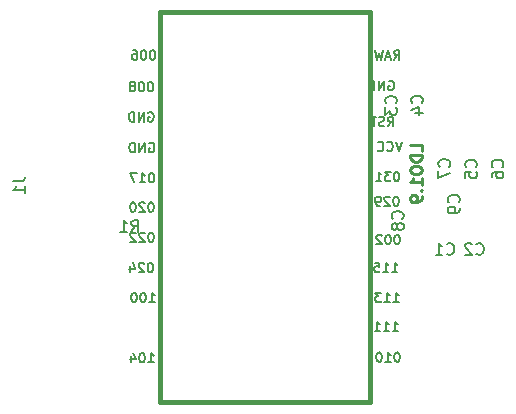
<source format=gbr>
%TF.GenerationSoftware,KiCad,Pcbnew,9.0.5*%
%TF.CreationDate,2025-10-27T23:23:53+01:00*%
%TF.ProjectId,mouse,6d6f7573-652e-46b6-9963-61645f706362,rev?*%
%TF.SameCoordinates,Original*%
%TF.FileFunction,Legend,Bot*%
%TF.FilePolarity,Positive*%
%FSLAX46Y46*%
G04 Gerber Fmt 4.6, Leading zero omitted, Abs format (unit mm)*
G04 Created by KiCad (PCBNEW 9.0.5) date 2025-10-27 23:23:53*
%MOMM*%
%LPD*%
G01*
G04 APERTURE LIST*
%ADD10C,0.150000*%
%ADD11C,0.250000*%
%ADD12C,0.381000*%
%ADD13C,1.752600*%
%ADD14C,1.200000*%
%ADD15R,1.200000X1.200000*%
%ADD16R,1.700000X1.700000*%
%ADD17C,1.700000*%
%ADD18C,3.200000*%
%ADD19C,0.900000*%
G04 APERTURE END LIST*
D10*
X162154819Y-92666666D02*
X162869104Y-92666666D01*
X162869104Y-92666666D02*
X163011961Y-92619047D01*
X163011961Y-92619047D02*
X163107200Y-92523809D01*
X163107200Y-92523809D02*
X163154819Y-92380952D01*
X163154819Y-92380952D02*
X163154819Y-92285714D01*
X163154819Y-93666666D02*
X163154819Y-93095238D01*
X163154819Y-93380952D02*
X162154819Y-93380952D01*
X162154819Y-93380952D02*
X162297676Y-93285714D01*
X162297676Y-93285714D02*
X162392914Y-93190476D01*
X162392914Y-93190476D02*
X162440533Y-93095238D01*
X196759580Y-86033333D02*
X196807200Y-85985714D01*
X196807200Y-85985714D02*
X196854819Y-85842857D01*
X196854819Y-85842857D02*
X196854819Y-85747619D01*
X196854819Y-85747619D02*
X196807200Y-85604762D01*
X196807200Y-85604762D02*
X196711961Y-85509524D01*
X196711961Y-85509524D02*
X196616723Y-85461905D01*
X196616723Y-85461905D02*
X196426247Y-85414286D01*
X196426247Y-85414286D02*
X196283390Y-85414286D01*
X196283390Y-85414286D02*
X196092914Y-85461905D01*
X196092914Y-85461905D02*
X195997676Y-85509524D01*
X195997676Y-85509524D02*
X195902438Y-85604762D01*
X195902438Y-85604762D02*
X195854819Y-85747619D01*
X195854819Y-85747619D02*
X195854819Y-85842857D01*
X195854819Y-85842857D02*
X195902438Y-85985714D01*
X195902438Y-85985714D02*
X195950057Y-86033333D01*
X196188152Y-86890476D02*
X196854819Y-86890476D01*
X195807200Y-86652381D02*
X196521485Y-86414286D01*
X196521485Y-86414286D02*
X196521485Y-87033333D01*
X201366666Y-98809580D02*
X201414285Y-98857200D01*
X201414285Y-98857200D02*
X201557142Y-98904819D01*
X201557142Y-98904819D02*
X201652380Y-98904819D01*
X201652380Y-98904819D02*
X201795237Y-98857200D01*
X201795237Y-98857200D02*
X201890475Y-98761961D01*
X201890475Y-98761961D02*
X201938094Y-98666723D01*
X201938094Y-98666723D02*
X201985713Y-98476247D01*
X201985713Y-98476247D02*
X201985713Y-98333390D01*
X201985713Y-98333390D02*
X201938094Y-98142914D01*
X201938094Y-98142914D02*
X201890475Y-98047676D01*
X201890475Y-98047676D02*
X201795237Y-97952438D01*
X201795237Y-97952438D02*
X201652380Y-97904819D01*
X201652380Y-97904819D02*
X201557142Y-97904819D01*
X201557142Y-97904819D02*
X201414285Y-97952438D01*
X201414285Y-97952438D02*
X201366666Y-98000057D01*
X200985713Y-98000057D02*
X200938094Y-97952438D01*
X200938094Y-97952438D02*
X200842856Y-97904819D01*
X200842856Y-97904819D02*
X200604761Y-97904819D01*
X200604761Y-97904819D02*
X200509523Y-97952438D01*
X200509523Y-97952438D02*
X200461904Y-98000057D01*
X200461904Y-98000057D02*
X200414285Y-98095295D01*
X200414285Y-98095295D02*
X200414285Y-98190533D01*
X200414285Y-98190533D02*
X200461904Y-98333390D01*
X200461904Y-98333390D02*
X201033332Y-98904819D01*
X201033332Y-98904819D02*
X200414285Y-98904819D01*
X203559580Y-91483333D02*
X203607200Y-91435714D01*
X203607200Y-91435714D02*
X203654819Y-91292857D01*
X203654819Y-91292857D02*
X203654819Y-91197619D01*
X203654819Y-91197619D02*
X203607200Y-91054762D01*
X203607200Y-91054762D02*
X203511961Y-90959524D01*
X203511961Y-90959524D02*
X203416723Y-90911905D01*
X203416723Y-90911905D02*
X203226247Y-90864286D01*
X203226247Y-90864286D02*
X203083390Y-90864286D01*
X203083390Y-90864286D02*
X202892914Y-90911905D01*
X202892914Y-90911905D02*
X202797676Y-90959524D01*
X202797676Y-90959524D02*
X202702438Y-91054762D01*
X202702438Y-91054762D02*
X202654819Y-91197619D01*
X202654819Y-91197619D02*
X202654819Y-91292857D01*
X202654819Y-91292857D02*
X202702438Y-91435714D01*
X202702438Y-91435714D02*
X202750057Y-91483333D01*
X202654819Y-92340476D02*
X202654819Y-92150000D01*
X202654819Y-92150000D02*
X202702438Y-92054762D01*
X202702438Y-92054762D02*
X202750057Y-92007143D01*
X202750057Y-92007143D02*
X202892914Y-91911905D01*
X202892914Y-91911905D02*
X203083390Y-91864286D01*
X203083390Y-91864286D02*
X203464342Y-91864286D01*
X203464342Y-91864286D02*
X203559580Y-91911905D01*
X203559580Y-91911905D02*
X203607200Y-91959524D01*
X203607200Y-91959524D02*
X203654819Y-92054762D01*
X203654819Y-92054762D02*
X203654819Y-92245238D01*
X203654819Y-92245238D02*
X203607200Y-92340476D01*
X203607200Y-92340476D02*
X203559580Y-92388095D01*
X203559580Y-92388095D02*
X203464342Y-92435714D01*
X203464342Y-92435714D02*
X203226247Y-92435714D01*
X203226247Y-92435714D02*
X203131009Y-92388095D01*
X203131009Y-92388095D02*
X203083390Y-92340476D01*
X203083390Y-92340476D02*
X203035771Y-92245238D01*
X203035771Y-92245238D02*
X203035771Y-92054762D01*
X203035771Y-92054762D02*
X203083390Y-91959524D01*
X203083390Y-91959524D02*
X203131009Y-91911905D01*
X203131009Y-91911905D02*
X203226247Y-91864286D01*
X199059580Y-91433333D02*
X199107200Y-91385714D01*
X199107200Y-91385714D02*
X199154819Y-91242857D01*
X199154819Y-91242857D02*
X199154819Y-91147619D01*
X199154819Y-91147619D02*
X199107200Y-91004762D01*
X199107200Y-91004762D02*
X199011961Y-90909524D01*
X199011961Y-90909524D02*
X198916723Y-90861905D01*
X198916723Y-90861905D02*
X198726247Y-90814286D01*
X198726247Y-90814286D02*
X198583390Y-90814286D01*
X198583390Y-90814286D02*
X198392914Y-90861905D01*
X198392914Y-90861905D02*
X198297676Y-90909524D01*
X198297676Y-90909524D02*
X198202438Y-91004762D01*
X198202438Y-91004762D02*
X198154819Y-91147619D01*
X198154819Y-91147619D02*
X198154819Y-91242857D01*
X198154819Y-91242857D02*
X198202438Y-91385714D01*
X198202438Y-91385714D02*
X198250057Y-91433333D01*
X198154819Y-91766667D02*
X198154819Y-92433333D01*
X198154819Y-92433333D02*
X199154819Y-92004762D01*
X172166666Y-96954819D02*
X172499999Y-96478628D01*
X172738094Y-96954819D02*
X172738094Y-95954819D01*
X172738094Y-95954819D02*
X172357142Y-95954819D01*
X172357142Y-95954819D02*
X172261904Y-96002438D01*
X172261904Y-96002438D02*
X172214285Y-96050057D01*
X172214285Y-96050057D02*
X172166666Y-96145295D01*
X172166666Y-96145295D02*
X172166666Y-96288152D01*
X172166666Y-96288152D02*
X172214285Y-96383390D01*
X172214285Y-96383390D02*
X172261904Y-96431009D01*
X172261904Y-96431009D02*
X172357142Y-96478628D01*
X172357142Y-96478628D02*
X172738094Y-96478628D01*
X171214285Y-96954819D02*
X171785713Y-96954819D01*
X171499999Y-96954819D02*
X171499999Y-95954819D01*
X171499999Y-95954819D02*
X171595237Y-96097676D01*
X171595237Y-96097676D02*
X171690475Y-96192914D01*
X171690475Y-96192914D02*
X171785713Y-96240533D01*
X195109580Y-95833333D02*
X195157200Y-95785714D01*
X195157200Y-95785714D02*
X195204819Y-95642857D01*
X195204819Y-95642857D02*
X195204819Y-95547619D01*
X195204819Y-95547619D02*
X195157200Y-95404762D01*
X195157200Y-95404762D02*
X195061961Y-95309524D01*
X195061961Y-95309524D02*
X194966723Y-95261905D01*
X194966723Y-95261905D02*
X194776247Y-95214286D01*
X194776247Y-95214286D02*
X194633390Y-95214286D01*
X194633390Y-95214286D02*
X194442914Y-95261905D01*
X194442914Y-95261905D02*
X194347676Y-95309524D01*
X194347676Y-95309524D02*
X194252438Y-95404762D01*
X194252438Y-95404762D02*
X194204819Y-95547619D01*
X194204819Y-95547619D02*
X194204819Y-95642857D01*
X194204819Y-95642857D02*
X194252438Y-95785714D01*
X194252438Y-95785714D02*
X194300057Y-95833333D01*
X194633390Y-96404762D02*
X194585771Y-96309524D01*
X194585771Y-96309524D02*
X194538152Y-96261905D01*
X194538152Y-96261905D02*
X194442914Y-96214286D01*
X194442914Y-96214286D02*
X194395295Y-96214286D01*
X194395295Y-96214286D02*
X194300057Y-96261905D01*
X194300057Y-96261905D02*
X194252438Y-96309524D01*
X194252438Y-96309524D02*
X194204819Y-96404762D01*
X194204819Y-96404762D02*
X194204819Y-96595238D01*
X194204819Y-96595238D02*
X194252438Y-96690476D01*
X194252438Y-96690476D02*
X194300057Y-96738095D01*
X194300057Y-96738095D02*
X194395295Y-96785714D01*
X194395295Y-96785714D02*
X194442914Y-96785714D01*
X194442914Y-96785714D02*
X194538152Y-96738095D01*
X194538152Y-96738095D02*
X194585771Y-96690476D01*
X194585771Y-96690476D02*
X194633390Y-96595238D01*
X194633390Y-96595238D02*
X194633390Y-96404762D01*
X194633390Y-96404762D02*
X194681009Y-96309524D01*
X194681009Y-96309524D02*
X194728628Y-96261905D01*
X194728628Y-96261905D02*
X194823866Y-96214286D01*
X194823866Y-96214286D02*
X195014342Y-96214286D01*
X195014342Y-96214286D02*
X195109580Y-96261905D01*
X195109580Y-96261905D02*
X195157200Y-96309524D01*
X195157200Y-96309524D02*
X195204819Y-96404762D01*
X195204819Y-96404762D02*
X195204819Y-96595238D01*
X195204819Y-96595238D02*
X195157200Y-96690476D01*
X195157200Y-96690476D02*
X195109580Y-96738095D01*
X195109580Y-96738095D02*
X195014342Y-96785714D01*
X195014342Y-96785714D02*
X194823866Y-96785714D01*
X194823866Y-96785714D02*
X194728628Y-96738095D01*
X194728628Y-96738095D02*
X194681009Y-96690476D01*
X194681009Y-96690476D02*
X194633390Y-96595238D01*
X194559580Y-86083333D02*
X194607200Y-86035714D01*
X194607200Y-86035714D02*
X194654819Y-85892857D01*
X194654819Y-85892857D02*
X194654819Y-85797619D01*
X194654819Y-85797619D02*
X194607200Y-85654762D01*
X194607200Y-85654762D02*
X194511961Y-85559524D01*
X194511961Y-85559524D02*
X194416723Y-85511905D01*
X194416723Y-85511905D02*
X194226247Y-85464286D01*
X194226247Y-85464286D02*
X194083390Y-85464286D01*
X194083390Y-85464286D02*
X193892914Y-85511905D01*
X193892914Y-85511905D02*
X193797676Y-85559524D01*
X193797676Y-85559524D02*
X193702438Y-85654762D01*
X193702438Y-85654762D02*
X193654819Y-85797619D01*
X193654819Y-85797619D02*
X193654819Y-85892857D01*
X193654819Y-85892857D02*
X193702438Y-86035714D01*
X193702438Y-86035714D02*
X193750057Y-86083333D01*
X193654819Y-86416667D02*
X193654819Y-87035714D01*
X193654819Y-87035714D02*
X194035771Y-86702381D01*
X194035771Y-86702381D02*
X194035771Y-86845238D01*
X194035771Y-86845238D02*
X194083390Y-86940476D01*
X194083390Y-86940476D02*
X194131009Y-86988095D01*
X194131009Y-86988095D02*
X194226247Y-87035714D01*
X194226247Y-87035714D02*
X194464342Y-87035714D01*
X194464342Y-87035714D02*
X194559580Y-86988095D01*
X194559580Y-86988095D02*
X194607200Y-86940476D01*
X194607200Y-86940476D02*
X194654819Y-86845238D01*
X194654819Y-86845238D02*
X194654819Y-86559524D01*
X194654819Y-86559524D02*
X194607200Y-86464286D01*
X194607200Y-86464286D02*
X194559580Y-86416667D01*
X199859580Y-94433333D02*
X199907200Y-94385714D01*
X199907200Y-94385714D02*
X199954819Y-94242857D01*
X199954819Y-94242857D02*
X199954819Y-94147619D01*
X199954819Y-94147619D02*
X199907200Y-94004762D01*
X199907200Y-94004762D02*
X199811961Y-93909524D01*
X199811961Y-93909524D02*
X199716723Y-93861905D01*
X199716723Y-93861905D02*
X199526247Y-93814286D01*
X199526247Y-93814286D02*
X199383390Y-93814286D01*
X199383390Y-93814286D02*
X199192914Y-93861905D01*
X199192914Y-93861905D02*
X199097676Y-93909524D01*
X199097676Y-93909524D02*
X199002438Y-94004762D01*
X199002438Y-94004762D02*
X198954819Y-94147619D01*
X198954819Y-94147619D02*
X198954819Y-94242857D01*
X198954819Y-94242857D02*
X199002438Y-94385714D01*
X199002438Y-94385714D02*
X199050057Y-94433333D01*
X199954819Y-94909524D02*
X199954819Y-95100000D01*
X199954819Y-95100000D02*
X199907200Y-95195238D01*
X199907200Y-95195238D02*
X199859580Y-95242857D01*
X199859580Y-95242857D02*
X199716723Y-95338095D01*
X199716723Y-95338095D02*
X199526247Y-95385714D01*
X199526247Y-95385714D02*
X199145295Y-95385714D01*
X199145295Y-95385714D02*
X199050057Y-95338095D01*
X199050057Y-95338095D02*
X199002438Y-95290476D01*
X199002438Y-95290476D02*
X198954819Y-95195238D01*
X198954819Y-95195238D02*
X198954819Y-95004762D01*
X198954819Y-95004762D02*
X199002438Y-94909524D01*
X199002438Y-94909524D02*
X199050057Y-94861905D01*
X199050057Y-94861905D02*
X199145295Y-94814286D01*
X199145295Y-94814286D02*
X199383390Y-94814286D01*
X199383390Y-94814286D02*
X199478628Y-94861905D01*
X199478628Y-94861905D02*
X199526247Y-94909524D01*
X199526247Y-94909524D02*
X199573866Y-95004762D01*
X199573866Y-95004762D02*
X199573866Y-95195238D01*
X199573866Y-95195238D02*
X199526247Y-95290476D01*
X199526247Y-95290476D02*
X199478628Y-95338095D01*
X199478628Y-95338095D02*
X199383390Y-95385714D01*
D11*
X196749619Y-90095238D02*
X196749619Y-89619048D01*
X196749619Y-89619048D02*
X195749619Y-89619048D01*
X196749619Y-90428572D02*
X195749619Y-90428572D01*
X195749619Y-90428572D02*
X195749619Y-90666667D01*
X195749619Y-90666667D02*
X195797238Y-90809524D01*
X195797238Y-90809524D02*
X195892476Y-90904762D01*
X195892476Y-90904762D02*
X195987714Y-90952381D01*
X195987714Y-90952381D02*
X196178190Y-91000000D01*
X196178190Y-91000000D02*
X196321047Y-91000000D01*
X196321047Y-91000000D02*
X196511523Y-90952381D01*
X196511523Y-90952381D02*
X196606761Y-90904762D01*
X196606761Y-90904762D02*
X196702000Y-90809524D01*
X196702000Y-90809524D02*
X196749619Y-90666667D01*
X196749619Y-90666667D02*
X196749619Y-90428572D01*
X195749619Y-91619048D02*
X195749619Y-91809524D01*
X195749619Y-91809524D02*
X195797238Y-91904762D01*
X195797238Y-91904762D02*
X195892476Y-92000000D01*
X195892476Y-92000000D02*
X196082952Y-92047619D01*
X196082952Y-92047619D02*
X196416285Y-92047619D01*
X196416285Y-92047619D02*
X196606761Y-92000000D01*
X196606761Y-92000000D02*
X196702000Y-91904762D01*
X196702000Y-91904762D02*
X196749619Y-91809524D01*
X196749619Y-91809524D02*
X196749619Y-91619048D01*
X196749619Y-91619048D02*
X196702000Y-91523810D01*
X196702000Y-91523810D02*
X196606761Y-91428572D01*
X196606761Y-91428572D02*
X196416285Y-91380953D01*
X196416285Y-91380953D02*
X196082952Y-91380953D01*
X196082952Y-91380953D02*
X195892476Y-91428572D01*
X195892476Y-91428572D02*
X195797238Y-91523810D01*
X195797238Y-91523810D02*
X195749619Y-91619048D01*
X196749619Y-93000000D02*
X196749619Y-92428572D01*
X196749619Y-92714286D02*
X195749619Y-92714286D01*
X195749619Y-92714286D02*
X195892476Y-92619048D01*
X195892476Y-92619048D02*
X195987714Y-92523810D01*
X195987714Y-92523810D02*
X196035333Y-92428572D01*
X196654380Y-93428572D02*
X196702000Y-93476191D01*
X196702000Y-93476191D02*
X196749619Y-93428572D01*
X196749619Y-93428572D02*
X196702000Y-93380953D01*
X196702000Y-93380953D02*
X196654380Y-93428572D01*
X196654380Y-93428572D02*
X196749619Y-93428572D01*
X196749619Y-93952381D02*
X196749619Y-94142857D01*
X196749619Y-94142857D02*
X196702000Y-94238095D01*
X196702000Y-94238095D02*
X196654380Y-94285714D01*
X196654380Y-94285714D02*
X196511523Y-94380952D01*
X196511523Y-94380952D02*
X196321047Y-94428571D01*
X196321047Y-94428571D02*
X195940095Y-94428571D01*
X195940095Y-94428571D02*
X195844857Y-94380952D01*
X195844857Y-94380952D02*
X195797238Y-94333333D01*
X195797238Y-94333333D02*
X195749619Y-94238095D01*
X195749619Y-94238095D02*
X195749619Y-94047619D01*
X195749619Y-94047619D02*
X195797238Y-93952381D01*
X195797238Y-93952381D02*
X195844857Y-93904762D01*
X195844857Y-93904762D02*
X195940095Y-93857143D01*
X195940095Y-93857143D02*
X196178190Y-93857143D01*
X196178190Y-93857143D02*
X196273428Y-93904762D01*
X196273428Y-93904762D02*
X196321047Y-93952381D01*
X196321047Y-93952381D02*
X196368666Y-94047619D01*
X196368666Y-94047619D02*
X196368666Y-94238095D01*
X196368666Y-94238095D02*
X196321047Y-94333333D01*
X196321047Y-94333333D02*
X196273428Y-94380952D01*
X196273428Y-94380952D02*
X196178190Y-94428571D01*
D10*
X173899999Y-91962295D02*
X173823809Y-91962295D01*
X173823809Y-91962295D02*
X173747618Y-92000390D01*
X173747618Y-92000390D02*
X173709523Y-92038485D01*
X173709523Y-92038485D02*
X173671428Y-92114676D01*
X173671428Y-92114676D02*
X173633333Y-92267057D01*
X173633333Y-92267057D02*
X173633333Y-92457533D01*
X173633333Y-92457533D02*
X173671428Y-92609914D01*
X173671428Y-92609914D02*
X173709523Y-92686104D01*
X173709523Y-92686104D02*
X173747618Y-92724200D01*
X173747618Y-92724200D02*
X173823809Y-92762295D01*
X173823809Y-92762295D02*
X173899999Y-92762295D01*
X173899999Y-92762295D02*
X173976190Y-92724200D01*
X173976190Y-92724200D02*
X174014285Y-92686104D01*
X174014285Y-92686104D02*
X174052380Y-92609914D01*
X174052380Y-92609914D02*
X174090476Y-92457533D01*
X174090476Y-92457533D02*
X174090476Y-92267057D01*
X174090476Y-92267057D02*
X174052380Y-92114676D01*
X174052380Y-92114676D02*
X174014285Y-92038485D01*
X174014285Y-92038485D02*
X173976190Y-92000390D01*
X173976190Y-92000390D02*
X173899999Y-91962295D01*
X172871428Y-92762295D02*
X173328571Y-92762295D01*
X173099999Y-92762295D02*
X173099999Y-91962295D01*
X173099999Y-91962295D02*
X173176190Y-92076580D01*
X173176190Y-92076580D02*
X173252380Y-92152771D01*
X173252380Y-92152771D02*
X173328571Y-92190866D01*
X172604761Y-91962295D02*
X172071427Y-91962295D01*
X172071427Y-91962295D02*
X172414285Y-92762295D01*
X173799999Y-84262295D02*
X173723809Y-84262295D01*
X173723809Y-84262295D02*
X173647618Y-84300390D01*
X173647618Y-84300390D02*
X173609523Y-84338485D01*
X173609523Y-84338485D02*
X173571428Y-84414676D01*
X173571428Y-84414676D02*
X173533333Y-84567057D01*
X173533333Y-84567057D02*
X173533333Y-84757533D01*
X173533333Y-84757533D02*
X173571428Y-84909914D01*
X173571428Y-84909914D02*
X173609523Y-84986104D01*
X173609523Y-84986104D02*
X173647618Y-85024200D01*
X173647618Y-85024200D02*
X173723809Y-85062295D01*
X173723809Y-85062295D02*
X173799999Y-85062295D01*
X173799999Y-85062295D02*
X173876190Y-85024200D01*
X173876190Y-85024200D02*
X173914285Y-84986104D01*
X173914285Y-84986104D02*
X173952380Y-84909914D01*
X173952380Y-84909914D02*
X173990476Y-84757533D01*
X173990476Y-84757533D02*
X173990476Y-84567057D01*
X173990476Y-84567057D02*
X173952380Y-84414676D01*
X173952380Y-84414676D02*
X173914285Y-84338485D01*
X173914285Y-84338485D02*
X173876190Y-84300390D01*
X173876190Y-84300390D02*
X173799999Y-84262295D01*
X173038094Y-84262295D02*
X172961904Y-84262295D01*
X172961904Y-84262295D02*
X172885713Y-84300390D01*
X172885713Y-84300390D02*
X172847618Y-84338485D01*
X172847618Y-84338485D02*
X172809523Y-84414676D01*
X172809523Y-84414676D02*
X172771428Y-84567057D01*
X172771428Y-84567057D02*
X172771428Y-84757533D01*
X172771428Y-84757533D02*
X172809523Y-84909914D01*
X172809523Y-84909914D02*
X172847618Y-84986104D01*
X172847618Y-84986104D02*
X172885713Y-85024200D01*
X172885713Y-85024200D02*
X172961904Y-85062295D01*
X172961904Y-85062295D02*
X173038094Y-85062295D01*
X173038094Y-85062295D02*
X173114285Y-85024200D01*
X173114285Y-85024200D02*
X173152380Y-84986104D01*
X173152380Y-84986104D02*
X173190475Y-84909914D01*
X173190475Y-84909914D02*
X173228571Y-84757533D01*
X173228571Y-84757533D02*
X173228571Y-84567057D01*
X173228571Y-84567057D02*
X173190475Y-84414676D01*
X173190475Y-84414676D02*
X173152380Y-84338485D01*
X173152380Y-84338485D02*
X173114285Y-84300390D01*
X173114285Y-84300390D02*
X173038094Y-84262295D01*
X172314285Y-84605152D02*
X172390475Y-84567057D01*
X172390475Y-84567057D02*
X172428570Y-84528961D01*
X172428570Y-84528961D02*
X172466666Y-84452771D01*
X172466666Y-84452771D02*
X172466666Y-84414676D01*
X172466666Y-84414676D02*
X172428570Y-84338485D01*
X172428570Y-84338485D02*
X172390475Y-84300390D01*
X172390475Y-84300390D02*
X172314285Y-84262295D01*
X172314285Y-84262295D02*
X172161904Y-84262295D01*
X172161904Y-84262295D02*
X172085713Y-84300390D01*
X172085713Y-84300390D02*
X172047618Y-84338485D01*
X172047618Y-84338485D02*
X172009523Y-84414676D01*
X172009523Y-84414676D02*
X172009523Y-84452771D01*
X172009523Y-84452771D02*
X172047618Y-84528961D01*
X172047618Y-84528961D02*
X172085713Y-84567057D01*
X172085713Y-84567057D02*
X172161904Y-84605152D01*
X172161904Y-84605152D02*
X172314285Y-84605152D01*
X172314285Y-84605152D02*
X172390475Y-84643247D01*
X172390475Y-84643247D02*
X172428570Y-84681342D01*
X172428570Y-84681342D02*
X172466666Y-84757533D01*
X172466666Y-84757533D02*
X172466666Y-84909914D01*
X172466666Y-84909914D02*
X172428570Y-84986104D01*
X172428570Y-84986104D02*
X172390475Y-85024200D01*
X172390475Y-85024200D02*
X172314285Y-85062295D01*
X172314285Y-85062295D02*
X172161904Y-85062295D01*
X172161904Y-85062295D02*
X172085713Y-85024200D01*
X172085713Y-85024200D02*
X172047618Y-84986104D01*
X172047618Y-84986104D02*
X172009523Y-84909914D01*
X172009523Y-84909914D02*
X172009523Y-84757533D01*
X172009523Y-84757533D02*
X172047618Y-84681342D01*
X172047618Y-84681342D02*
X172085713Y-84643247D01*
X172085713Y-84643247D02*
X172161904Y-84605152D01*
X195066666Y-89312295D02*
X194799999Y-90112295D01*
X194799999Y-90112295D02*
X194533333Y-89312295D01*
X193809523Y-90036104D02*
X193847619Y-90074200D01*
X193847619Y-90074200D02*
X193961904Y-90112295D01*
X193961904Y-90112295D02*
X194038095Y-90112295D01*
X194038095Y-90112295D02*
X194152381Y-90074200D01*
X194152381Y-90074200D02*
X194228571Y-89998009D01*
X194228571Y-89998009D02*
X194266666Y-89921819D01*
X194266666Y-89921819D02*
X194304762Y-89769438D01*
X194304762Y-89769438D02*
X194304762Y-89655152D01*
X194304762Y-89655152D02*
X194266666Y-89502771D01*
X194266666Y-89502771D02*
X194228571Y-89426580D01*
X194228571Y-89426580D02*
X194152381Y-89350390D01*
X194152381Y-89350390D02*
X194038095Y-89312295D01*
X194038095Y-89312295D02*
X193961904Y-89312295D01*
X193961904Y-89312295D02*
X193847619Y-89350390D01*
X193847619Y-89350390D02*
X193809523Y-89388485D01*
X193009523Y-90036104D02*
X193047619Y-90074200D01*
X193047619Y-90074200D02*
X193161904Y-90112295D01*
X193161904Y-90112295D02*
X193238095Y-90112295D01*
X193238095Y-90112295D02*
X193352381Y-90074200D01*
X193352381Y-90074200D02*
X193428571Y-89998009D01*
X193428571Y-89998009D02*
X193466666Y-89921819D01*
X193466666Y-89921819D02*
X193504762Y-89769438D01*
X193504762Y-89769438D02*
X193504762Y-89655152D01*
X193504762Y-89655152D02*
X193466666Y-89502771D01*
X193466666Y-89502771D02*
X193428571Y-89426580D01*
X193428571Y-89426580D02*
X193352381Y-89350390D01*
X193352381Y-89350390D02*
X193238095Y-89312295D01*
X193238095Y-89312295D02*
X193161904Y-89312295D01*
X193161904Y-89312295D02*
X193047619Y-89350390D01*
X193047619Y-89350390D02*
X193009523Y-89388485D01*
X173583333Y-108012295D02*
X174040476Y-108012295D01*
X173811904Y-108012295D02*
X173811904Y-107212295D01*
X173811904Y-107212295D02*
X173888095Y-107326580D01*
X173888095Y-107326580D02*
X173964285Y-107402771D01*
X173964285Y-107402771D02*
X174040476Y-107440866D01*
X173088094Y-107212295D02*
X173011904Y-107212295D01*
X173011904Y-107212295D02*
X172935713Y-107250390D01*
X172935713Y-107250390D02*
X172897618Y-107288485D01*
X172897618Y-107288485D02*
X172859523Y-107364676D01*
X172859523Y-107364676D02*
X172821428Y-107517057D01*
X172821428Y-107517057D02*
X172821428Y-107707533D01*
X172821428Y-107707533D02*
X172859523Y-107859914D01*
X172859523Y-107859914D02*
X172897618Y-107936104D01*
X172897618Y-107936104D02*
X172935713Y-107974200D01*
X172935713Y-107974200D02*
X173011904Y-108012295D01*
X173011904Y-108012295D02*
X173088094Y-108012295D01*
X173088094Y-108012295D02*
X173164285Y-107974200D01*
X173164285Y-107974200D02*
X173202380Y-107936104D01*
X173202380Y-107936104D02*
X173240475Y-107859914D01*
X173240475Y-107859914D02*
X173278571Y-107707533D01*
X173278571Y-107707533D02*
X173278571Y-107517057D01*
X173278571Y-107517057D02*
X173240475Y-107364676D01*
X173240475Y-107364676D02*
X173202380Y-107288485D01*
X173202380Y-107288485D02*
X173164285Y-107250390D01*
X173164285Y-107250390D02*
X173088094Y-107212295D01*
X172135713Y-107478961D02*
X172135713Y-108012295D01*
X172326189Y-107174200D02*
X172516666Y-107745628D01*
X172516666Y-107745628D02*
X172021427Y-107745628D01*
X194699999Y-97212295D02*
X194623809Y-97212295D01*
X194623809Y-97212295D02*
X194547618Y-97250390D01*
X194547618Y-97250390D02*
X194509523Y-97288485D01*
X194509523Y-97288485D02*
X194471428Y-97364676D01*
X194471428Y-97364676D02*
X194433333Y-97517057D01*
X194433333Y-97517057D02*
X194433333Y-97707533D01*
X194433333Y-97707533D02*
X194471428Y-97859914D01*
X194471428Y-97859914D02*
X194509523Y-97936104D01*
X194509523Y-97936104D02*
X194547618Y-97974200D01*
X194547618Y-97974200D02*
X194623809Y-98012295D01*
X194623809Y-98012295D02*
X194699999Y-98012295D01*
X194699999Y-98012295D02*
X194776190Y-97974200D01*
X194776190Y-97974200D02*
X194814285Y-97936104D01*
X194814285Y-97936104D02*
X194852380Y-97859914D01*
X194852380Y-97859914D02*
X194890476Y-97707533D01*
X194890476Y-97707533D02*
X194890476Y-97517057D01*
X194890476Y-97517057D02*
X194852380Y-97364676D01*
X194852380Y-97364676D02*
X194814285Y-97288485D01*
X194814285Y-97288485D02*
X194776190Y-97250390D01*
X194776190Y-97250390D02*
X194699999Y-97212295D01*
X193938094Y-97212295D02*
X193861904Y-97212295D01*
X193861904Y-97212295D02*
X193785713Y-97250390D01*
X193785713Y-97250390D02*
X193747618Y-97288485D01*
X193747618Y-97288485D02*
X193709523Y-97364676D01*
X193709523Y-97364676D02*
X193671428Y-97517057D01*
X193671428Y-97517057D02*
X193671428Y-97707533D01*
X193671428Y-97707533D02*
X193709523Y-97859914D01*
X193709523Y-97859914D02*
X193747618Y-97936104D01*
X193747618Y-97936104D02*
X193785713Y-97974200D01*
X193785713Y-97974200D02*
X193861904Y-98012295D01*
X193861904Y-98012295D02*
X193938094Y-98012295D01*
X193938094Y-98012295D02*
X194014285Y-97974200D01*
X194014285Y-97974200D02*
X194052380Y-97936104D01*
X194052380Y-97936104D02*
X194090475Y-97859914D01*
X194090475Y-97859914D02*
X194128571Y-97707533D01*
X194128571Y-97707533D02*
X194128571Y-97517057D01*
X194128571Y-97517057D02*
X194090475Y-97364676D01*
X194090475Y-97364676D02*
X194052380Y-97288485D01*
X194052380Y-97288485D02*
X194014285Y-97250390D01*
X194014285Y-97250390D02*
X193938094Y-97212295D01*
X193366666Y-97288485D02*
X193328570Y-97250390D01*
X193328570Y-97250390D02*
X193252380Y-97212295D01*
X193252380Y-97212295D02*
X193061904Y-97212295D01*
X193061904Y-97212295D02*
X192985713Y-97250390D01*
X192985713Y-97250390D02*
X192947618Y-97288485D01*
X192947618Y-97288485D02*
X192909523Y-97364676D01*
X192909523Y-97364676D02*
X192909523Y-97440866D01*
X192909523Y-97440866D02*
X192947618Y-97555152D01*
X192947618Y-97555152D02*
X193404761Y-98012295D01*
X193404761Y-98012295D02*
X192909523Y-98012295D01*
X194699999Y-107162295D02*
X194623809Y-107162295D01*
X194623809Y-107162295D02*
X194547618Y-107200390D01*
X194547618Y-107200390D02*
X194509523Y-107238485D01*
X194509523Y-107238485D02*
X194471428Y-107314676D01*
X194471428Y-107314676D02*
X194433333Y-107467057D01*
X194433333Y-107467057D02*
X194433333Y-107657533D01*
X194433333Y-107657533D02*
X194471428Y-107809914D01*
X194471428Y-107809914D02*
X194509523Y-107886104D01*
X194509523Y-107886104D02*
X194547618Y-107924200D01*
X194547618Y-107924200D02*
X194623809Y-107962295D01*
X194623809Y-107962295D02*
X194699999Y-107962295D01*
X194699999Y-107962295D02*
X194776190Y-107924200D01*
X194776190Y-107924200D02*
X194814285Y-107886104D01*
X194814285Y-107886104D02*
X194852380Y-107809914D01*
X194852380Y-107809914D02*
X194890476Y-107657533D01*
X194890476Y-107657533D02*
X194890476Y-107467057D01*
X194890476Y-107467057D02*
X194852380Y-107314676D01*
X194852380Y-107314676D02*
X194814285Y-107238485D01*
X194814285Y-107238485D02*
X194776190Y-107200390D01*
X194776190Y-107200390D02*
X194699999Y-107162295D01*
X193671428Y-107962295D02*
X194128571Y-107962295D01*
X193899999Y-107962295D02*
X193899999Y-107162295D01*
X193899999Y-107162295D02*
X193976190Y-107276580D01*
X193976190Y-107276580D02*
X194052380Y-107352771D01*
X194052380Y-107352771D02*
X194128571Y-107390866D01*
X193176189Y-107162295D02*
X193099999Y-107162295D01*
X193099999Y-107162295D02*
X193023808Y-107200390D01*
X193023808Y-107200390D02*
X192985713Y-107238485D01*
X192985713Y-107238485D02*
X192947618Y-107314676D01*
X192947618Y-107314676D02*
X192909523Y-107467057D01*
X192909523Y-107467057D02*
X192909523Y-107657533D01*
X192909523Y-107657533D02*
X192947618Y-107809914D01*
X192947618Y-107809914D02*
X192985713Y-107886104D01*
X192985713Y-107886104D02*
X193023808Y-107924200D01*
X193023808Y-107924200D02*
X193099999Y-107962295D01*
X193099999Y-107962295D02*
X193176189Y-107962295D01*
X193176189Y-107962295D02*
X193252380Y-107924200D01*
X193252380Y-107924200D02*
X193290475Y-107886104D01*
X193290475Y-107886104D02*
X193328570Y-107809914D01*
X193328570Y-107809914D02*
X193366666Y-107657533D01*
X193366666Y-107657533D02*
X193366666Y-107467057D01*
X193366666Y-107467057D02*
X193328570Y-107314676D01*
X193328570Y-107314676D02*
X193290475Y-107238485D01*
X193290475Y-107238485D02*
X193252380Y-107200390D01*
X193252380Y-107200390D02*
X193176189Y-107162295D01*
X173849999Y-97012295D02*
X173773809Y-97012295D01*
X173773809Y-97012295D02*
X173697618Y-97050390D01*
X173697618Y-97050390D02*
X173659523Y-97088485D01*
X173659523Y-97088485D02*
X173621428Y-97164676D01*
X173621428Y-97164676D02*
X173583333Y-97317057D01*
X173583333Y-97317057D02*
X173583333Y-97507533D01*
X173583333Y-97507533D02*
X173621428Y-97659914D01*
X173621428Y-97659914D02*
X173659523Y-97736104D01*
X173659523Y-97736104D02*
X173697618Y-97774200D01*
X173697618Y-97774200D02*
X173773809Y-97812295D01*
X173773809Y-97812295D02*
X173849999Y-97812295D01*
X173849999Y-97812295D02*
X173926190Y-97774200D01*
X173926190Y-97774200D02*
X173964285Y-97736104D01*
X173964285Y-97736104D02*
X174002380Y-97659914D01*
X174002380Y-97659914D02*
X174040476Y-97507533D01*
X174040476Y-97507533D02*
X174040476Y-97317057D01*
X174040476Y-97317057D02*
X174002380Y-97164676D01*
X174002380Y-97164676D02*
X173964285Y-97088485D01*
X173964285Y-97088485D02*
X173926190Y-97050390D01*
X173926190Y-97050390D02*
X173849999Y-97012295D01*
X173278571Y-97088485D02*
X173240475Y-97050390D01*
X173240475Y-97050390D02*
X173164285Y-97012295D01*
X173164285Y-97012295D02*
X172973809Y-97012295D01*
X172973809Y-97012295D02*
X172897618Y-97050390D01*
X172897618Y-97050390D02*
X172859523Y-97088485D01*
X172859523Y-97088485D02*
X172821428Y-97164676D01*
X172821428Y-97164676D02*
X172821428Y-97240866D01*
X172821428Y-97240866D02*
X172859523Y-97355152D01*
X172859523Y-97355152D02*
X173316666Y-97812295D01*
X173316666Y-97812295D02*
X172821428Y-97812295D01*
X172516666Y-97088485D02*
X172478570Y-97050390D01*
X172478570Y-97050390D02*
X172402380Y-97012295D01*
X172402380Y-97012295D02*
X172211904Y-97012295D01*
X172211904Y-97012295D02*
X172135713Y-97050390D01*
X172135713Y-97050390D02*
X172097618Y-97088485D01*
X172097618Y-97088485D02*
X172059523Y-97164676D01*
X172059523Y-97164676D02*
X172059523Y-97240866D01*
X172059523Y-97240866D02*
X172097618Y-97355152D01*
X172097618Y-97355152D02*
X172554761Y-97812295D01*
X172554761Y-97812295D02*
X172059523Y-97812295D01*
X173849999Y-94462295D02*
X173773809Y-94462295D01*
X173773809Y-94462295D02*
X173697618Y-94500390D01*
X173697618Y-94500390D02*
X173659523Y-94538485D01*
X173659523Y-94538485D02*
X173621428Y-94614676D01*
X173621428Y-94614676D02*
X173583333Y-94767057D01*
X173583333Y-94767057D02*
X173583333Y-94957533D01*
X173583333Y-94957533D02*
X173621428Y-95109914D01*
X173621428Y-95109914D02*
X173659523Y-95186104D01*
X173659523Y-95186104D02*
X173697618Y-95224200D01*
X173697618Y-95224200D02*
X173773809Y-95262295D01*
X173773809Y-95262295D02*
X173849999Y-95262295D01*
X173849999Y-95262295D02*
X173926190Y-95224200D01*
X173926190Y-95224200D02*
X173964285Y-95186104D01*
X173964285Y-95186104D02*
X174002380Y-95109914D01*
X174002380Y-95109914D02*
X174040476Y-94957533D01*
X174040476Y-94957533D02*
X174040476Y-94767057D01*
X174040476Y-94767057D02*
X174002380Y-94614676D01*
X174002380Y-94614676D02*
X173964285Y-94538485D01*
X173964285Y-94538485D02*
X173926190Y-94500390D01*
X173926190Y-94500390D02*
X173849999Y-94462295D01*
X173278571Y-94538485D02*
X173240475Y-94500390D01*
X173240475Y-94500390D02*
X173164285Y-94462295D01*
X173164285Y-94462295D02*
X172973809Y-94462295D01*
X172973809Y-94462295D02*
X172897618Y-94500390D01*
X172897618Y-94500390D02*
X172859523Y-94538485D01*
X172859523Y-94538485D02*
X172821428Y-94614676D01*
X172821428Y-94614676D02*
X172821428Y-94690866D01*
X172821428Y-94690866D02*
X172859523Y-94805152D01*
X172859523Y-94805152D02*
X173316666Y-95262295D01*
X173316666Y-95262295D02*
X172821428Y-95262295D01*
X172326189Y-94462295D02*
X172249999Y-94462295D01*
X172249999Y-94462295D02*
X172173808Y-94500390D01*
X172173808Y-94500390D02*
X172135713Y-94538485D01*
X172135713Y-94538485D02*
X172097618Y-94614676D01*
X172097618Y-94614676D02*
X172059523Y-94767057D01*
X172059523Y-94767057D02*
X172059523Y-94957533D01*
X172059523Y-94957533D02*
X172097618Y-95109914D01*
X172097618Y-95109914D02*
X172135713Y-95186104D01*
X172135713Y-95186104D02*
X172173808Y-95224200D01*
X172173808Y-95224200D02*
X172249999Y-95262295D01*
X172249999Y-95262295D02*
X172326189Y-95262295D01*
X172326189Y-95262295D02*
X172402380Y-95224200D01*
X172402380Y-95224200D02*
X172440475Y-95186104D01*
X172440475Y-95186104D02*
X172478570Y-95109914D01*
X172478570Y-95109914D02*
X172516666Y-94957533D01*
X172516666Y-94957533D02*
X172516666Y-94767057D01*
X172516666Y-94767057D02*
X172478570Y-94614676D01*
X172478570Y-94614676D02*
X172440475Y-94538485D01*
X172440475Y-94538485D02*
X172402380Y-94500390D01*
X172402380Y-94500390D02*
X172326189Y-94462295D01*
X173799999Y-99562295D02*
X173723809Y-99562295D01*
X173723809Y-99562295D02*
X173647618Y-99600390D01*
X173647618Y-99600390D02*
X173609523Y-99638485D01*
X173609523Y-99638485D02*
X173571428Y-99714676D01*
X173571428Y-99714676D02*
X173533333Y-99867057D01*
X173533333Y-99867057D02*
X173533333Y-100057533D01*
X173533333Y-100057533D02*
X173571428Y-100209914D01*
X173571428Y-100209914D02*
X173609523Y-100286104D01*
X173609523Y-100286104D02*
X173647618Y-100324200D01*
X173647618Y-100324200D02*
X173723809Y-100362295D01*
X173723809Y-100362295D02*
X173799999Y-100362295D01*
X173799999Y-100362295D02*
X173876190Y-100324200D01*
X173876190Y-100324200D02*
X173914285Y-100286104D01*
X173914285Y-100286104D02*
X173952380Y-100209914D01*
X173952380Y-100209914D02*
X173990476Y-100057533D01*
X173990476Y-100057533D02*
X173990476Y-99867057D01*
X173990476Y-99867057D02*
X173952380Y-99714676D01*
X173952380Y-99714676D02*
X173914285Y-99638485D01*
X173914285Y-99638485D02*
X173876190Y-99600390D01*
X173876190Y-99600390D02*
X173799999Y-99562295D01*
X173228571Y-99638485D02*
X173190475Y-99600390D01*
X173190475Y-99600390D02*
X173114285Y-99562295D01*
X173114285Y-99562295D02*
X172923809Y-99562295D01*
X172923809Y-99562295D02*
X172847618Y-99600390D01*
X172847618Y-99600390D02*
X172809523Y-99638485D01*
X172809523Y-99638485D02*
X172771428Y-99714676D01*
X172771428Y-99714676D02*
X172771428Y-99790866D01*
X172771428Y-99790866D02*
X172809523Y-99905152D01*
X172809523Y-99905152D02*
X173266666Y-100362295D01*
X173266666Y-100362295D02*
X172771428Y-100362295D01*
X172085713Y-99828961D02*
X172085713Y-100362295D01*
X172276189Y-99524200D02*
X172466666Y-100095628D01*
X172466666Y-100095628D02*
X171971427Y-100095628D01*
X194649999Y-91862295D02*
X194573809Y-91862295D01*
X194573809Y-91862295D02*
X194497618Y-91900390D01*
X194497618Y-91900390D02*
X194459523Y-91938485D01*
X194459523Y-91938485D02*
X194421428Y-92014676D01*
X194421428Y-92014676D02*
X194383333Y-92167057D01*
X194383333Y-92167057D02*
X194383333Y-92357533D01*
X194383333Y-92357533D02*
X194421428Y-92509914D01*
X194421428Y-92509914D02*
X194459523Y-92586104D01*
X194459523Y-92586104D02*
X194497618Y-92624200D01*
X194497618Y-92624200D02*
X194573809Y-92662295D01*
X194573809Y-92662295D02*
X194649999Y-92662295D01*
X194649999Y-92662295D02*
X194726190Y-92624200D01*
X194726190Y-92624200D02*
X194764285Y-92586104D01*
X194764285Y-92586104D02*
X194802380Y-92509914D01*
X194802380Y-92509914D02*
X194840476Y-92357533D01*
X194840476Y-92357533D02*
X194840476Y-92167057D01*
X194840476Y-92167057D02*
X194802380Y-92014676D01*
X194802380Y-92014676D02*
X194764285Y-91938485D01*
X194764285Y-91938485D02*
X194726190Y-91900390D01*
X194726190Y-91900390D02*
X194649999Y-91862295D01*
X194116666Y-91862295D02*
X193621428Y-91862295D01*
X193621428Y-91862295D02*
X193888094Y-92167057D01*
X193888094Y-92167057D02*
X193773809Y-92167057D01*
X193773809Y-92167057D02*
X193697618Y-92205152D01*
X193697618Y-92205152D02*
X193659523Y-92243247D01*
X193659523Y-92243247D02*
X193621428Y-92319438D01*
X193621428Y-92319438D02*
X193621428Y-92509914D01*
X193621428Y-92509914D02*
X193659523Y-92586104D01*
X193659523Y-92586104D02*
X193697618Y-92624200D01*
X193697618Y-92624200D02*
X193773809Y-92662295D01*
X193773809Y-92662295D02*
X194002380Y-92662295D01*
X194002380Y-92662295D02*
X194078571Y-92624200D01*
X194078571Y-92624200D02*
X194116666Y-92586104D01*
X192859523Y-92662295D02*
X193316666Y-92662295D01*
X193088094Y-92662295D02*
X193088094Y-91862295D01*
X193088094Y-91862295D02*
X193164285Y-91976580D01*
X193164285Y-91976580D02*
X193240475Y-92052771D01*
X193240475Y-92052771D02*
X193316666Y-92090866D01*
X194402380Y-82362295D02*
X194669047Y-81981342D01*
X194859523Y-82362295D02*
X194859523Y-81562295D01*
X194859523Y-81562295D02*
X194554761Y-81562295D01*
X194554761Y-81562295D02*
X194478571Y-81600390D01*
X194478571Y-81600390D02*
X194440476Y-81638485D01*
X194440476Y-81638485D02*
X194402380Y-81714676D01*
X194402380Y-81714676D02*
X194402380Y-81828961D01*
X194402380Y-81828961D02*
X194440476Y-81905152D01*
X194440476Y-81905152D02*
X194478571Y-81943247D01*
X194478571Y-81943247D02*
X194554761Y-81981342D01*
X194554761Y-81981342D02*
X194859523Y-81981342D01*
X194097619Y-82133723D02*
X193716666Y-82133723D01*
X194173809Y-82362295D02*
X193907142Y-81562295D01*
X193907142Y-81562295D02*
X193640476Y-82362295D01*
X193450000Y-81562295D02*
X193259524Y-82362295D01*
X193259524Y-82362295D02*
X193107143Y-81790866D01*
X193107143Y-81790866D02*
X192954762Y-82362295D01*
X192954762Y-82362295D02*
X192764286Y-81562295D01*
X194599999Y-93962295D02*
X194523809Y-93962295D01*
X194523809Y-93962295D02*
X194447618Y-94000390D01*
X194447618Y-94000390D02*
X194409523Y-94038485D01*
X194409523Y-94038485D02*
X194371428Y-94114676D01*
X194371428Y-94114676D02*
X194333333Y-94267057D01*
X194333333Y-94267057D02*
X194333333Y-94457533D01*
X194333333Y-94457533D02*
X194371428Y-94609914D01*
X194371428Y-94609914D02*
X194409523Y-94686104D01*
X194409523Y-94686104D02*
X194447618Y-94724200D01*
X194447618Y-94724200D02*
X194523809Y-94762295D01*
X194523809Y-94762295D02*
X194599999Y-94762295D01*
X194599999Y-94762295D02*
X194676190Y-94724200D01*
X194676190Y-94724200D02*
X194714285Y-94686104D01*
X194714285Y-94686104D02*
X194752380Y-94609914D01*
X194752380Y-94609914D02*
X194790476Y-94457533D01*
X194790476Y-94457533D02*
X194790476Y-94267057D01*
X194790476Y-94267057D02*
X194752380Y-94114676D01*
X194752380Y-94114676D02*
X194714285Y-94038485D01*
X194714285Y-94038485D02*
X194676190Y-94000390D01*
X194676190Y-94000390D02*
X194599999Y-93962295D01*
X194028571Y-94038485D02*
X193990475Y-94000390D01*
X193990475Y-94000390D02*
X193914285Y-93962295D01*
X193914285Y-93962295D02*
X193723809Y-93962295D01*
X193723809Y-93962295D02*
X193647618Y-94000390D01*
X193647618Y-94000390D02*
X193609523Y-94038485D01*
X193609523Y-94038485D02*
X193571428Y-94114676D01*
X193571428Y-94114676D02*
X193571428Y-94190866D01*
X193571428Y-94190866D02*
X193609523Y-94305152D01*
X193609523Y-94305152D02*
X194066666Y-94762295D01*
X194066666Y-94762295D02*
X193571428Y-94762295D01*
X193190475Y-94762295D02*
X193038094Y-94762295D01*
X193038094Y-94762295D02*
X192961904Y-94724200D01*
X192961904Y-94724200D02*
X192923808Y-94686104D01*
X192923808Y-94686104D02*
X192847618Y-94571819D01*
X192847618Y-94571819D02*
X192809523Y-94419438D01*
X192809523Y-94419438D02*
X192809523Y-94114676D01*
X192809523Y-94114676D02*
X192847618Y-94038485D01*
X192847618Y-94038485D02*
X192885713Y-94000390D01*
X192885713Y-94000390D02*
X192961904Y-93962295D01*
X192961904Y-93962295D02*
X193114285Y-93962295D01*
X193114285Y-93962295D02*
X193190475Y-94000390D01*
X193190475Y-94000390D02*
X193228570Y-94038485D01*
X193228570Y-94038485D02*
X193266666Y-94114676D01*
X193266666Y-94114676D02*
X193266666Y-94305152D01*
X193266666Y-94305152D02*
X193228570Y-94381342D01*
X193228570Y-94381342D02*
X193190475Y-94419438D01*
X193190475Y-94419438D02*
X193114285Y-94457533D01*
X193114285Y-94457533D02*
X192961904Y-94457533D01*
X192961904Y-94457533D02*
X192885713Y-94419438D01*
X192885713Y-94419438D02*
X192847618Y-94381342D01*
X192847618Y-94381342D02*
X192809523Y-94305152D01*
X193959523Y-84200390D02*
X194035713Y-84162295D01*
X194035713Y-84162295D02*
X194149999Y-84162295D01*
X194149999Y-84162295D02*
X194264285Y-84200390D01*
X194264285Y-84200390D02*
X194340475Y-84276580D01*
X194340475Y-84276580D02*
X194378570Y-84352771D01*
X194378570Y-84352771D02*
X194416666Y-84505152D01*
X194416666Y-84505152D02*
X194416666Y-84619438D01*
X194416666Y-84619438D02*
X194378570Y-84771819D01*
X194378570Y-84771819D02*
X194340475Y-84848009D01*
X194340475Y-84848009D02*
X194264285Y-84924200D01*
X194264285Y-84924200D02*
X194149999Y-84962295D01*
X194149999Y-84962295D02*
X194073808Y-84962295D01*
X194073808Y-84962295D02*
X193959523Y-84924200D01*
X193959523Y-84924200D02*
X193921427Y-84886104D01*
X193921427Y-84886104D02*
X193921427Y-84619438D01*
X193921427Y-84619438D02*
X194073808Y-84619438D01*
X193578570Y-84962295D02*
X193578570Y-84162295D01*
X193578570Y-84162295D02*
X193121427Y-84962295D01*
X193121427Y-84962295D02*
X193121427Y-84162295D01*
X192740475Y-84962295D02*
X192740475Y-84162295D01*
X192740475Y-84162295D02*
X192549999Y-84162295D01*
X192549999Y-84162295D02*
X192435713Y-84200390D01*
X192435713Y-84200390D02*
X192359523Y-84276580D01*
X192359523Y-84276580D02*
X192321428Y-84352771D01*
X192321428Y-84352771D02*
X192283332Y-84505152D01*
X192283332Y-84505152D02*
X192283332Y-84619438D01*
X192283332Y-84619438D02*
X192321428Y-84771819D01*
X192321428Y-84771819D02*
X192359523Y-84848009D01*
X192359523Y-84848009D02*
X192435713Y-84924200D01*
X192435713Y-84924200D02*
X192549999Y-84962295D01*
X192549999Y-84962295D02*
X192740475Y-84962295D01*
X173999999Y-81562295D02*
X173923809Y-81562295D01*
X173923809Y-81562295D02*
X173847618Y-81600390D01*
X173847618Y-81600390D02*
X173809523Y-81638485D01*
X173809523Y-81638485D02*
X173771428Y-81714676D01*
X173771428Y-81714676D02*
X173733333Y-81867057D01*
X173733333Y-81867057D02*
X173733333Y-82057533D01*
X173733333Y-82057533D02*
X173771428Y-82209914D01*
X173771428Y-82209914D02*
X173809523Y-82286104D01*
X173809523Y-82286104D02*
X173847618Y-82324200D01*
X173847618Y-82324200D02*
X173923809Y-82362295D01*
X173923809Y-82362295D02*
X173999999Y-82362295D01*
X173999999Y-82362295D02*
X174076190Y-82324200D01*
X174076190Y-82324200D02*
X174114285Y-82286104D01*
X174114285Y-82286104D02*
X174152380Y-82209914D01*
X174152380Y-82209914D02*
X174190476Y-82057533D01*
X174190476Y-82057533D02*
X174190476Y-81867057D01*
X174190476Y-81867057D02*
X174152380Y-81714676D01*
X174152380Y-81714676D02*
X174114285Y-81638485D01*
X174114285Y-81638485D02*
X174076190Y-81600390D01*
X174076190Y-81600390D02*
X173999999Y-81562295D01*
X173238094Y-81562295D02*
X173161904Y-81562295D01*
X173161904Y-81562295D02*
X173085713Y-81600390D01*
X173085713Y-81600390D02*
X173047618Y-81638485D01*
X173047618Y-81638485D02*
X173009523Y-81714676D01*
X173009523Y-81714676D02*
X172971428Y-81867057D01*
X172971428Y-81867057D02*
X172971428Y-82057533D01*
X172971428Y-82057533D02*
X173009523Y-82209914D01*
X173009523Y-82209914D02*
X173047618Y-82286104D01*
X173047618Y-82286104D02*
X173085713Y-82324200D01*
X173085713Y-82324200D02*
X173161904Y-82362295D01*
X173161904Y-82362295D02*
X173238094Y-82362295D01*
X173238094Y-82362295D02*
X173314285Y-82324200D01*
X173314285Y-82324200D02*
X173352380Y-82286104D01*
X173352380Y-82286104D02*
X173390475Y-82209914D01*
X173390475Y-82209914D02*
X173428571Y-82057533D01*
X173428571Y-82057533D02*
X173428571Y-81867057D01*
X173428571Y-81867057D02*
X173390475Y-81714676D01*
X173390475Y-81714676D02*
X173352380Y-81638485D01*
X173352380Y-81638485D02*
X173314285Y-81600390D01*
X173314285Y-81600390D02*
X173238094Y-81562295D01*
X172285713Y-81562295D02*
X172438094Y-81562295D01*
X172438094Y-81562295D02*
X172514285Y-81600390D01*
X172514285Y-81600390D02*
X172552380Y-81638485D01*
X172552380Y-81638485D02*
X172628570Y-81752771D01*
X172628570Y-81752771D02*
X172666666Y-81905152D01*
X172666666Y-81905152D02*
X172666666Y-82209914D01*
X172666666Y-82209914D02*
X172628570Y-82286104D01*
X172628570Y-82286104D02*
X172590475Y-82324200D01*
X172590475Y-82324200D02*
X172514285Y-82362295D01*
X172514285Y-82362295D02*
X172361904Y-82362295D01*
X172361904Y-82362295D02*
X172285713Y-82324200D01*
X172285713Y-82324200D02*
X172247618Y-82286104D01*
X172247618Y-82286104D02*
X172209523Y-82209914D01*
X172209523Y-82209914D02*
X172209523Y-82019438D01*
X172209523Y-82019438D02*
X172247618Y-81943247D01*
X172247618Y-81943247D02*
X172285713Y-81905152D01*
X172285713Y-81905152D02*
X172361904Y-81867057D01*
X172361904Y-81867057D02*
X172514285Y-81867057D01*
X172514285Y-81867057D02*
X172590475Y-81905152D01*
X172590475Y-81905152D02*
X172628570Y-81943247D01*
X172628570Y-81943247D02*
X172666666Y-82019438D01*
X194283333Y-105362295D02*
X194740476Y-105362295D01*
X194511904Y-105362295D02*
X194511904Y-104562295D01*
X194511904Y-104562295D02*
X194588095Y-104676580D01*
X194588095Y-104676580D02*
X194664285Y-104752771D01*
X194664285Y-104752771D02*
X194740476Y-104790866D01*
X193521428Y-105362295D02*
X193978571Y-105362295D01*
X193749999Y-105362295D02*
X193749999Y-104562295D01*
X193749999Y-104562295D02*
X193826190Y-104676580D01*
X193826190Y-104676580D02*
X193902380Y-104752771D01*
X193902380Y-104752771D02*
X193978571Y-104790866D01*
X192759523Y-105362295D02*
X193216666Y-105362295D01*
X192988094Y-105362295D02*
X192988094Y-104562295D01*
X192988094Y-104562295D02*
X193064285Y-104676580D01*
X193064285Y-104676580D02*
X193140475Y-104752771D01*
X193140475Y-104752771D02*
X193216666Y-104790866D01*
X194233333Y-100362295D02*
X194690476Y-100362295D01*
X194461904Y-100362295D02*
X194461904Y-99562295D01*
X194461904Y-99562295D02*
X194538095Y-99676580D01*
X194538095Y-99676580D02*
X194614285Y-99752771D01*
X194614285Y-99752771D02*
X194690476Y-99790866D01*
X193471428Y-100362295D02*
X193928571Y-100362295D01*
X193699999Y-100362295D02*
X193699999Y-99562295D01*
X193699999Y-99562295D02*
X193776190Y-99676580D01*
X193776190Y-99676580D02*
X193852380Y-99752771D01*
X193852380Y-99752771D02*
X193928571Y-99790866D01*
X192747618Y-99562295D02*
X193128570Y-99562295D01*
X193128570Y-99562295D02*
X193166666Y-99943247D01*
X193166666Y-99943247D02*
X193128570Y-99905152D01*
X193128570Y-99905152D02*
X193052380Y-99867057D01*
X193052380Y-99867057D02*
X192861904Y-99867057D01*
X192861904Y-99867057D02*
X192785713Y-99905152D01*
X192785713Y-99905152D02*
X192747618Y-99943247D01*
X192747618Y-99943247D02*
X192709523Y-100019438D01*
X192709523Y-100019438D02*
X192709523Y-100209914D01*
X192709523Y-100209914D02*
X192747618Y-100286104D01*
X192747618Y-100286104D02*
X192785713Y-100324200D01*
X192785713Y-100324200D02*
X192861904Y-100362295D01*
X192861904Y-100362295D02*
X193052380Y-100362295D01*
X193052380Y-100362295D02*
X193128570Y-100324200D01*
X193128570Y-100324200D02*
X193166666Y-100286104D01*
X173659523Y-89450390D02*
X173735713Y-89412295D01*
X173735713Y-89412295D02*
X173849999Y-89412295D01*
X173849999Y-89412295D02*
X173964285Y-89450390D01*
X173964285Y-89450390D02*
X174040475Y-89526580D01*
X174040475Y-89526580D02*
X174078570Y-89602771D01*
X174078570Y-89602771D02*
X174116666Y-89755152D01*
X174116666Y-89755152D02*
X174116666Y-89869438D01*
X174116666Y-89869438D02*
X174078570Y-90021819D01*
X174078570Y-90021819D02*
X174040475Y-90098009D01*
X174040475Y-90098009D02*
X173964285Y-90174200D01*
X173964285Y-90174200D02*
X173849999Y-90212295D01*
X173849999Y-90212295D02*
X173773808Y-90212295D01*
X173773808Y-90212295D02*
X173659523Y-90174200D01*
X173659523Y-90174200D02*
X173621427Y-90136104D01*
X173621427Y-90136104D02*
X173621427Y-89869438D01*
X173621427Y-89869438D02*
X173773808Y-89869438D01*
X173278570Y-90212295D02*
X173278570Y-89412295D01*
X173278570Y-89412295D02*
X172821427Y-90212295D01*
X172821427Y-90212295D02*
X172821427Y-89412295D01*
X172440475Y-90212295D02*
X172440475Y-89412295D01*
X172440475Y-89412295D02*
X172249999Y-89412295D01*
X172249999Y-89412295D02*
X172135713Y-89450390D01*
X172135713Y-89450390D02*
X172059523Y-89526580D01*
X172059523Y-89526580D02*
X172021428Y-89602771D01*
X172021428Y-89602771D02*
X171983332Y-89755152D01*
X171983332Y-89755152D02*
X171983332Y-89869438D01*
X171983332Y-89869438D02*
X172021428Y-90021819D01*
X172021428Y-90021819D02*
X172059523Y-90098009D01*
X172059523Y-90098009D02*
X172135713Y-90174200D01*
X172135713Y-90174200D02*
X172249999Y-90212295D01*
X172249999Y-90212295D02*
X172440475Y-90212295D01*
X193888094Y-88012295D02*
X194154761Y-87631342D01*
X194345237Y-88012295D02*
X194345237Y-87212295D01*
X194345237Y-87212295D02*
X194040475Y-87212295D01*
X194040475Y-87212295D02*
X193964285Y-87250390D01*
X193964285Y-87250390D02*
X193926190Y-87288485D01*
X193926190Y-87288485D02*
X193888094Y-87364676D01*
X193888094Y-87364676D02*
X193888094Y-87478961D01*
X193888094Y-87478961D02*
X193926190Y-87555152D01*
X193926190Y-87555152D02*
X193964285Y-87593247D01*
X193964285Y-87593247D02*
X194040475Y-87631342D01*
X194040475Y-87631342D02*
X194345237Y-87631342D01*
X193583333Y-87974200D02*
X193469047Y-88012295D01*
X193469047Y-88012295D02*
X193278571Y-88012295D01*
X193278571Y-88012295D02*
X193202380Y-87974200D01*
X193202380Y-87974200D02*
X193164285Y-87936104D01*
X193164285Y-87936104D02*
X193126190Y-87859914D01*
X193126190Y-87859914D02*
X193126190Y-87783723D01*
X193126190Y-87783723D02*
X193164285Y-87707533D01*
X193164285Y-87707533D02*
X193202380Y-87669438D01*
X193202380Y-87669438D02*
X193278571Y-87631342D01*
X193278571Y-87631342D02*
X193430952Y-87593247D01*
X193430952Y-87593247D02*
X193507142Y-87555152D01*
X193507142Y-87555152D02*
X193545237Y-87517057D01*
X193545237Y-87517057D02*
X193583333Y-87440866D01*
X193583333Y-87440866D02*
X193583333Y-87364676D01*
X193583333Y-87364676D02*
X193545237Y-87288485D01*
X193545237Y-87288485D02*
X193507142Y-87250390D01*
X193507142Y-87250390D02*
X193430952Y-87212295D01*
X193430952Y-87212295D02*
X193240475Y-87212295D01*
X193240475Y-87212295D02*
X193126190Y-87250390D01*
X192897618Y-87212295D02*
X192440475Y-87212295D01*
X192669047Y-88012295D02*
X192669047Y-87212295D01*
X173683333Y-102912295D02*
X174140476Y-102912295D01*
X173911904Y-102912295D02*
X173911904Y-102112295D01*
X173911904Y-102112295D02*
X173988095Y-102226580D01*
X173988095Y-102226580D02*
X174064285Y-102302771D01*
X174064285Y-102302771D02*
X174140476Y-102340866D01*
X173188094Y-102112295D02*
X173111904Y-102112295D01*
X173111904Y-102112295D02*
X173035713Y-102150390D01*
X173035713Y-102150390D02*
X172997618Y-102188485D01*
X172997618Y-102188485D02*
X172959523Y-102264676D01*
X172959523Y-102264676D02*
X172921428Y-102417057D01*
X172921428Y-102417057D02*
X172921428Y-102607533D01*
X172921428Y-102607533D02*
X172959523Y-102759914D01*
X172959523Y-102759914D02*
X172997618Y-102836104D01*
X172997618Y-102836104D02*
X173035713Y-102874200D01*
X173035713Y-102874200D02*
X173111904Y-102912295D01*
X173111904Y-102912295D02*
X173188094Y-102912295D01*
X173188094Y-102912295D02*
X173264285Y-102874200D01*
X173264285Y-102874200D02*
X173302380Y-102836104D01*
X173302380Y-102836104D02*
X173340475Y-102759914D01*
X173340475Y-102759914D02*
X173378571Y-102607533D01*
X173378571Y-102607533D02*
X173378571Y-102417057D01*
X173378571Y-102417057D02*
X173340475Y-102264676D01*
X173340475Y-102264676D02*
X173302380Y-102188485D01*
X173302380Y-102188485D02*
X173264285Y-102150390D01*
X173264285Y-102150390D02*
X173188094Y-102112295D01*
X172426189Y-102112295D02*
X172349999Y-102112295D01*
X172349999Y-102112295D02*
X172273808Y-102150390D01*
X172273808Y-102150390D02*
X172235713Y-102188485D01*
X172235713Y-102188485D02*
X172197618Y-102264676D01*
X172197618Y-102264676D02*
X172159523Y-102417057D01*
X172159523Y-102417057D02*
X172159523Y-102607533D01*
X172159523Y-102607533D02*
X172197618Y-102759914D01*
X172197618Y-102759914D02*
X172235713Y-102836104D01*
X172235713Y-102836104D02*
X172273808Y-102874200D01*
X172273808Y-102874200D02*
X172349999Y-102912295D01*
X172349999Y-102912295D02*
X172426189Y-102912295D01*
X172426189Y-102912295D02*
X172502380Y-102874200D01*
X172502380Y-102874200D02*
X172540475Y-102836104D01*
X172540475Y-102836104D02*
X172578570Y-102759914D01*
X172578570Y-102759914D02*
X172616666Y-102607533D01*
X172616666Y-102607533D02*
X172616666Y-102417057D01*
X172616666Y-102417057D02*
X172578570Y-102264676D01*
X172578570Y-102264676D02*
X172540475Y-102188485D01*
X172540475Y-102188485D02*
X172502380Y-102150390D01*
X172502380Y-102150390D02*
X172426189Y-102112295D01*
X194333333Y-102912295D02*
X194790476Y-102912295D01*
X194561904Y-102912295D02*
X194561904Y-102112295D01*
X194561904Y-102112295D02*
X194638095Y-102226580D01*
X194638095Y-102226580D02*
X194714285Y-102302771D01*
X194714285Y-102302771D02*
X194790476Y-102340866D01*
X193571428Y-102912295D02*
X194028571Y-102912295D01*
X193799999Y-102912295D02*
X193799999Y-102112295D01*
X193799999Y-102112295D02*
X193876190Y-102226580D01*
X193876190Y-102226580D02*
X193952380Y-102302771D01*
X193952380Y-102302771D02*
X194028571Y-102340866D01*
X193304761Y-102112295D02*
X192809523Y-102112295D01*
X192809523Y-102112295D02*
X193076189Y-102417057D01*
X193076189Y-102417057D02*
X192961904Y-102417057D01*
X192961904Y-102417057D02*
X192885713Y-102455152D01*
X192885713Y-102455152D02*
X192847618Y-102493247D01*
X192847618Y-102493247D02*
X192809523Y-102569438D01*
X192809523Y-102569438D02*
X192809523Y-102759914D01*
X192809523Y-102759914D02*
X192847618Y-102836104D01*
X192847618Y-102836104D02*
X192885713Y-102874200D01*
X192885713Y-102874200D02*
X192961904Y-102912295D01*
X192961904Y-102912295D02*
X193190475Y-102912295D01*
X193190475Y-102912295D02*
X193266666Y-102874200D01*
X193266666Y-102874200D02*
X193304761Y-102836104D01*
X173609523Y-86850390D02*
X173685713Y-86812295D01*
X173685713Y-86812295D02*
X173799999Y-86812295D01*
X173799999Y-86812295D02*
X173914285Y-86850390D01*
X173914285Y-86850390D02*
X173990475Y-86926580D01*
X173990475Y-86926580D02*
X174028570Y-87002771D01*
X174028570Y-87002771D02*
X174066666Y-87155152D01*
X174066666Y-87155152D02*
X174066666Y-87269438D01*
X174066666Y-87269438D02*
X174028570Y-87421819D01*
X174028570Y-87421819D02*
X173990475Y-87498009D01*
X173990475Y-87498009D02*
X173914285Y-87574200D01*
X173914285Y-87574200D02*
X173799999Y-87612295D01*
X173799999Y-87612295D02*
X173723808Y-87612295D01*
X173723808Y-87612295D02*
X173609523Y-87574200D01*
X173609523Y-87574200D02*
X173571427Y-87536104D01*
X173571427Y-87536104D02*
X173571427Y-87269438D01*
X173571427Y-87269438D02*
X173723808Y-87269438D01*
X173228570Y-87612295D02*
X173228570Y-86812295D01*
X173228570Y-86812295D02*
X172771427Y-87612295D01*
X172771427Y-87612295D02*
X172771427Y-86812295D01*
X172390475Y-87612295D02*
X172390475Y-86812295D01*
X172390475Y-86812295D02*
X172199999Y-86812295D01*
X172199999Y-86812295D02*
X172085713Y-86850390D01*
X172085713Y-86850390D02*
X172009523Y-86926580D01*
X172009523Y-86926580D02*
X171971428Y-87002771D01*
X171971428Y-87002771D02*
X171933332Y-87155152D01*
X171933332Y-87155152D02*
X171933332Y-87269438D01*
X171933332Y-87269438D02*
X171971428Y-87421819D01*
X171971428Y-87421819D02*
X172009523Y-87498009D01*
X172009523Y-87498009D02*
X172085713Y-87574200D01*
X172085713Y-87574200D02*
X172199999Y-87612295D01*
X172199999Y-87612295D02*
X172390475Y-87612295D01*
X198866666Y-98809580D02*
X198914285Y-98857200D01*
X198914285Y-98857200D02*
X199057142Y-98904819D01*
X199057142Y-98904819D02*
X199152380Y-98904819D01*
X199152380Y-98904819D02*
X199295237Y-98857200D01*
X199295237Y-98857200D02*
X199390475Y-98761961D01*
X199390475Y-98761961D02*
X199438094Y-98666723D01*
X199438094Y-98666723D02*
X199485713Y-98476247D01*
X199485713Y-98476247D02*
X199485713Y-98333390D01*
X199485713Y-98333390D02*
X199438094Y-98142914D01*
X199438094Y-98142914D02*
X199390475Y-98047676D01*
X199390475Y-98047676D02*
X199295237Y-97952438D01*
X199295237Y-97952438D02*
X199152380Y-97904819D01*
X199152380Y-97904819D02*
X199057142Y-97904819D01*
X199057142Y-97904819D02*
X198914285Y-97952438D01*
X198914285Y-97952438D02*
X198866666Y-98000057D01*
X197914285Y-98904819D02*
X198485713Y-98904819D01*
X198199999Y-98904819D02*
X198199999Y-97904819D01*
X198199999Y-97904819D02*
X198295237Y-98047676D01*
X198295237Y-98047676D02*
X198390475Y-98142914D01*
X198390475Y-98142914D02*
X198485713Y-98190533D01*
X201309580Y-91483333D02*
X201357200Y-91435714D01*
X201357200Y-91435714D02*
X201404819Y-91292857D01*
X201404819Y-91292857D02*
X201404819Y-91197619D01*
X201404819Y-91197619D02*
X201357200Y-91054762D01*
X201357200Y-91054762D02*
X201261961Y-90959524D01*
X201261961Y-90959524D02*
X201166723Y-90911905D01*
X201166723Y-90911905D02*
X200976247Y-90864286D01*
X200976247Y-90864286D02*
X200833390Y-90864286D01*
X200833390Y-90864286D02*
X200642914Y-90911905D01*
X200642914Y-90911905D02*
X200547676Y-90959524D01*
X200547676Y-90959524D02*
X200452438Y-91054762D01*
X200452438Y-91054762D02*
X200404819Y-91197619D01*
X200404819Y-91197619D02*
X200404819Y-91292857D01*
X200404819Y-91292857D02*
X200452438Y-91435714D01*
X200452438Y-91435714D02*
X200500057Y-91483333D01*
X200404819Y-92388095D02*
X200404819Y-91911905D01*
X200404819Y-91911905D02*
X200881009Y-91864286D01*
X200881009Y-91864286D02*
X200833390Y-91911905D01*
X200833390Y-91911905D02*
X200785771Y-92007143D01*
X200785771Y-92007143D02*
X200785771Y-92245238D01*
X200785771Y-92245238D02*
X200833390Y-92340476D01*
X200833390Y-92340476D02*
X200881009Y-92388095D01*
X200881009Y-92388095D02*
X200976247Y-92435714D01*
X200976247Y-92435714D02*
X201214342Y-92435714D01*
X201214342Y-92435714D02*
X201309580Y-92388095D01*
X201309580Y-92388095D02*
X201357200Y-92340476D01*
X201357200Y-92340476D02*
X201404819Y-92245238D01*
X201404819Y-92245238D02*
X201404819Y-92007143D01*
X201404819Y-92007143D02*
X201357200Y-91911905D01*
X201357200Y-91911905D02*
X201309580Y-91864286D01*
D12*
%TO.C,U2*%
X174610000Y-78330000D02*
X174610000Y-111350000D01*
X174610000Y-111350000D02*
X192390000Y-111350000D01*
X192390000Y-78330000D02*
X174610000Y-78330000D01*
X192390000Y-111350000D02*
X192390000Y-78330000D01*
%TD*%
D13*
%TO.C,U2*%
X175880000Y-82140000D03*
X175880000Y-84680000D03*
X175880000Y-87220000D03*
X175880000Y-89760000D03*
X175880000Y-92300000D03*
X175880000Y-94840000D03*
X175880000Y-97380000D03*
X175880000Y-99920000D03*
X175880000Y-102460000D03*
X175880000Y-105000000D03*
X175880000Y-107540000D03*
X175880000Y-110080000D03*
X191120000Y-110080000D03*
X191120000Y-107540000D03*
X191120000Y-105000000D03*
X191120000Y-102460000D03*
X191120000Y-99920000D03*
X191120000Y-97380000D03*
X191120000Y-94840000D03*
X191120000Y-92300000D03*
X191120000Y-89760000D03*
X191120000Y-87220000D03*
X191120000Y-84680000D03*
X191120000Y-82140000D03*
X178420000Y-105000000D03*
X180960000Y-105000000D03*
X183500000Y-105000000D03*
%TD*%
%LPC*%
D14*
%TO.C,OpticalSensor1*%
X188950000Y-100420001D03*
X188950000Y-98640001D03*
D15*
X188950000Y-96860001D03*
D14*
X188950000Y-95080001D03*
X188950000Y-93300001D03*
X188950000Y-91520001D03*
X188950000Y-89740002D03*
D15*
X188950000Y-87960002D03*
D14*
X178250000Y-87070001D03*
X178250000Y-88850001D03*
X178250000Y-90630001D03*
X178250000Y-92410001D03*
X178250000Y-94190001D03*
X178250000Y-95970001D03*
X178250000Y-97750000D03*
X178249999Y-99530001D03*
%TD*%
D16*
%TO.C,J1*%
X165100000Y-87200000D03*
D17*
X165100000Y-89740000D03*
X165100000Y-92280000D03*
X165100000Y-94820000D03*
X165100000Y-97360000D03*
%TD*%
D18*
%TO.C,REF\u002A\u002A*%
X203400000Y-81300000D03*
%TD*%
%TO.C,REF\u002A\u002A*%
X195150000Y-113850000D03*
%TD*%
%TO.C,REF\u002A\u002A*%
X171800000Y-113800000D03*
%TD*%
D19*
%TO.C,Switch1*%
X185120000Y-79845000D03*
X182120000Y-79845000D03*
%TD*%
D18*
%TO.C,REF\u002A\u002A*%
X163600000Y-81300000D03*
%TD*%
D13*
%TO.C,U2*%
X175880000Y-82140000D03*
X175880000Y-84680000D03*
X175880000Y-87220000D03*
X175880000Y-89760000D03*
X175880000Y-92300000D03*
X175880000Y-94840000D03*
X175880000Y-97380000D03*
X175880000Y-99920000D03*
X175880000Y-102460000D03*
X175880000Y-105000000D03*
X175880000Y-107540000D03*
X175880000Y-110080000D03*
X191120000Y-110080000D03*
X191120000Y-107540000D03*
X191120000Y-105000000D03*
X191120000Y-102460000D03*
X191120000Y-99920000D03*
X191120000Y-97380000D03*
X191120000Y-94840000D03*
X191120000Y-92300000D03*
X191120000Y-89760000D03*
X191120000Y-87220000D03*
X191120000Y-84680000D03*
X191120000Y-82140000D03*
X178420000Y-105000000D03*
X180960000Y-105000000D03*
X183500000Y-105000000D03*
%TD*%
%LPD*%
M02*

</source>
